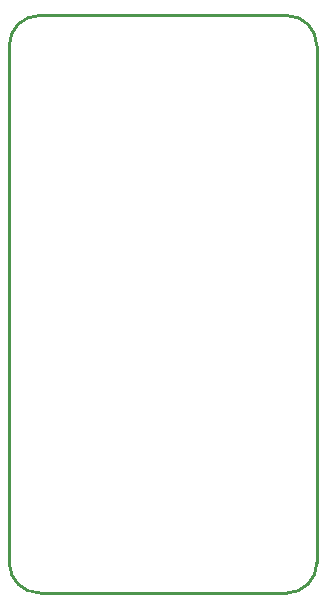
<source format=gko>
G04 Layer: BoardOutlineLayer*
G04 EasyEDA v6.5.20, 2022-10-25 13:43:38*
G04 140ee39b9ffe45fd8fe92b6b1275b3e1,2b06a704b0b744f5a7d1a44ad6c904bc,10*
G04 Gerber Generator version 0.2*
G04 Scale: 100 percent, Rotated: No, Reflected: No *
G04 Dimensions in millimeters *
G04 leading zeros omitted , absolute positions ,4 integer and 5 decimal *
%FSLAX45Y45*%
%MOMM*%

%ADD10C,0.2540*%
D10*
X2349500Y0D02*
G01*
X2349500Y4380229D01*
X2096576Y4635500D02*
G01*
X5623Y4635500D01*
X4826Y-254000D02*
G01*
X2094484Y-254000D01*
X-254000Y4382770D02*
G01*
X-254000Y-3302D01*
G75*
G01*
X5624Y4635500D02*
G03*
X-254058Y4382783I-5622J-254001D01*
G75*
G01*
X2094593Y-254000D02*
G03*
X2349503Y0I907J254001D01*
G75*
G01*
X2349500Y4380243D02*
G03*
X2096577Y4635500I-253999J1257D01*
G75*
G01*
X-254000Y-3198D02*
G03*
X4930Y-253972I254000J3198D01*

%LPD*%
M02*

</source>
